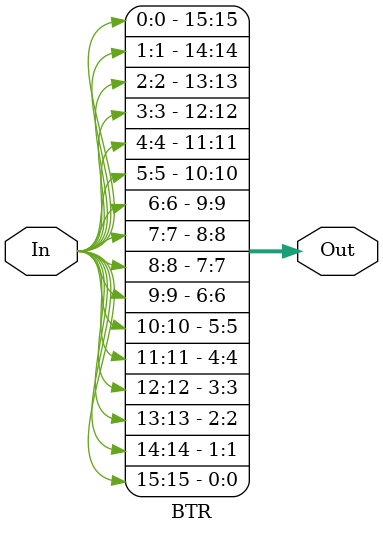
<source format=v>
module BTR(Out, In);

    input[15:0] In;
    output[15:0] Out;

    assign Out[15] = In[0];
    assign Out[14] = In[1];
    assign Out[13] = In[2];
    assign Out[12] = In[3];
    assign Out[11] = In[4];
    assign Out[10] = In[5];
    assign Out[9] = In[6];
    assign Out[8] = In[7];
    assign Out[7] = In[8];
    assign Out[6] = In[9];
    assign Out[5] = In[10];
    assign Out[4] = In[11];
    assign Out[3] = In[12];
    assign Out[2] = In[13];
    assign Out[1] = In[14];
    assign Out[0] = In[15];

endmodule

</source>
